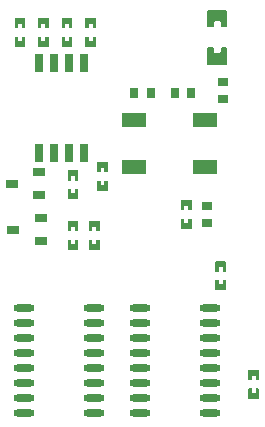
<source format=gtp>
G04 Layer: TopPasteMaskLayer*
G04 EasyEDA v6.5.29, 2023-07-08 22:53:17*
G04 f4c6c8685b5442dcac5e84d632293f1e,52c161dc85b4440087471843f8ea1cfe,10*
G04 Gerber Generator version 0.2*
G04 Scale: 100 percent, Rotated: No, Reflected: No *
G04 Dimensions in millimeters *
G04 leading zeros omitted , absolute positions ,4 integer and 5 decimal *
%FSLAX45Y45*%
%MOMM*%

%ADD10O,1.7999964X0.5999988*%
%ADD11R,0.7620X1.5240*%
%ADD12R,2.1000X1.2000*%
%ADD13R,0.8999X0.8000*%
%ADD14R,0.9000X0.8000*%
%ADD15R,0.8000X0.9000*%
%ADD16R,1.0000X0.8000*%
%ADD17R,0.0159X0.8000*%

%LPD*%
G36*
X8579967Y13414451D02*
G01*
X8574989Y13409472D01*
X8574989Y13329462D01*
X8579967Y13324484D01*
X8602776Y13324484D01*
X8602776Y13361466D01*
X8635796Y13361466D01*
X8635796Y13324484D01*
X8659977Y13324484D01*
X8665006Y13329462D01*
X8665006Y13409472D01*
X8659977Y13414451D01*
G37*
G36*
X8579967Y13254482D02*
G01*
X8574989Y13249452D01*
X8574989Y13170458D01*
X8579967Y13165480D01*
X8659977Y13165480D01*
X8665006Y13170458D01*
X8665006Y13249452D01*
X8659977Y13254482D01*
X8635796Y13254482D01*
X8635796Y13216483D01*
X8602776Y13216483D01*
X8602776Y13254482D01*
G37*
G36*
X8779967Y13414451D02*
G01*
X8774988Y13409472D01*
X8774988Y13329462D01*
X8779967Y13324484D01*
X8802776Y13324484D01*
X8802776Y13361466D01*
X8835796Y13361466D01*
X8835796Y13324484D01*
X8859977Y13324484D01*
X8865006Y13329462D01*
X8865006Y13409472D01*
X8859977Y13414451D01*
G37*
G36*
X8779967Y13254482D02*
G01*
X8774988Y13249452D01*
X8774988Y13170458D01*
X8779967Y13165480D01*
X8859977Y13165480D01*
X8865006Y13170458D01*
X8865006Y13249452D01*
X8859977Y13254482D01*
X8835796Y13254482D01*
X8835796Y13216483D01*
X8802776Y13216483D01*
X8802776Y13254482D01*
G37*
G36*
X8979966Y13414451D02*
G01*
X8974988Y13409472D01*
X8974988Y13329462D01*
X8979966Y13324484D01*
X9002776Y13324484D01*
X9002776Y13361466D01*
X9035796Y13361466D01*
X9035796Y13324484D01*
X9059976Y13324484D01*
X9065006Y13329462D01*
X9065006Y13409472D01*
X9059976Y13414451D01*
G37*
G36*
X8979966Y13254482D02*
G01*
X8974988Y13249452D01*
X8974988Y13170458D01*
X8979966Y13165480D01*
X9059976Y13165480D01*
X9065006Y13170458D01*
X9065006Y13249452D01*
X9059976Y13254482D01*
X9035796Y13254482D01*
X9035796Y13216483D01*
X9002776Y13216483D01*
X9002776Y13254482D01*
G37*
G36*
X9179966Y13414451D02*
G01*
X9174988Y13409472D01*
X9174988Y13329462D01*
X9179966Y13324484D01*
X9202775Y13324484D01*
X9202775Y13361466D01*
X9235795Y13361466D01*
X9235795Y13324484D01*
X9259976Y13324484D01*
X9265005Y13329462D01*
X9265005Y13409472D01*
X9259976Y13414451D01*
G37*
G36*
X9179966Y13254482D02*
G01*
X9174988Y13249452D01*
X9174988Y13170458D01*
X9179966Y13165480D01*
X9259976Y13165480D01*
X9265005Y13170458D01*
X9265005Y13249452D01*
X9259976Y13254482D01*
X9235795Y13254482D01*
X9235795Y13216483D01*
X9202775Y13216483D01*
X9202775Y13254482D01*
G37*
G36*
X10559999Y10275468D02*
G01*
X10554970Y10270490D01*
X10554970Y10190480D01*
X10559999Y10185501D01*
X10639958Y10185501D01*
X10644987Y10190480D01*
X10644987Y10270490D01*
X10639958Y10275468D01*
X10617200Y10275468D01*
X10617200Y10238486D01*
X10584180Y10238486D01*
X10584180Y10275468D01*
G37*
G36*
X10559999Y10434472D02*
G01*
X10554970Y10429494D01*
X10554970Y10350500D01*
X10559999Y10345470D01*
X10584180Y10345470D01*
X10584180Y10383469D01*
X10617200Y10383469D01*
X10617200Y10345470D01*
X10639958Y10345470D01*
X10644987Y10350500D01*
X10644987Y10429494D01*
X10639958Y10434472D01*
G37*
G36*
X10279989Y11195456D02*
G01*
X10274960Y11190478D01*
X10274960Y11110468D01*
X10279989Y11105489D01*
X10359999Y11105489D01*
X10364978Y11110468D01*
X10364978Y11190478D01*
X10359999Y11195456D01*
X10337190Y11195456D01*
X10337190Y11158474D01*
X10304170Y11158474D01*
X10304170Y11195456D01*
G37*
G36*
X10279989Y11354460D02*
G01*
X10274960Y11349482D01*
X10274960Y11270488D01*
X10279989Y11265458D01*
X10304170Y11265458D01*
X10304170Y11303457D01*
X10337190Y11303457D01*
X10337190Y11265458D01*
X10359999Y11265458D01*
X10364978Y11270488D01*
X10364978Y11349482D01*
X10359999Y11354460D01*
G37*
G36*
X9989972Y11874500D02*
G01*
X9984994Y11869470D01*
X9984994Y11789460D01*
X9989972Y11784482D01*
X10012781Y11784482D01*
X10012781Y11821464D01*
X10045801Y11821464D01*
X10045801Y11784482D01*
X10069982Y11784482D01*
X10074960Y11789460D01*
X10074960Y11869470D01*
X10069982Y11874500D01*
G37*
G36*
X9989972Y11714480D02*
G01*
X9984994Y11709501D01*
X9984994Y11630456D01*
X9989972Y11625478D01*
X10069982Y11625478D01*
X10074960Y11630456D01*
X10074960Y11709501D01*
X10069982Y11714480D01*
X10045801Y11714480D01*
X10045801Y11676481D01*
X10012781Y11676481D01*
X10012781Y11714480D01*
G37*
G36*
X10213594Y13164972D02*
G01*
X10203586Y13154964D01*
X10203586Y13026491D01*
X10213594Y13016484D01*
X10366400Y13016484D01*
X10376357Y13026491D01*
X10376357Y13154964D01*
X10366400Y13164972D01*
X10329367Y13164972D01*
X10319359Y13154964D01*
X10319359Y13124484D01*
X10309352Y13114477D01*
X10270591Y13114477D01*
X10260584Y13124484D01*
X10260584Y13154964D01*
X10250627Y13164972D01*
G37*
G36*
X10213594Y13483488D02*
G01*
X10203586Y13473480D01*
X10203586Y13344956D01*
X10213594Y13334949D01*
X10250627Y13334949D01*
X10260584Y13344956D01*
X10260584Y13375487D01*
X10270591Y13385444D01*
X10309352Y13385444D01*
X10319359Y13375487D01*
X10319359Y13344956D01*
X10329367Y13334949D01*
X10366400Y13334949D01*
X10376357Y13344956D01*
X10376357Y13473480D01*
X10366400Y13483488D01*
G37*
G36*
X9279991Y12194489D02*
G01*
X9274962Y12189460D01*
X9274962Y12109500D01*
X9279991Y12104471D01*
X9302800Y12104471D01*
X9302800Y12141454D01*
X9335770Y12141454D01*
X9335770Y12104471D01*
X9360001Y12104471D01*
X9364980Y12109500D01*
X9364980Y12189460D01*
X9360001Y12194489D01*
G37*
G36*
X9279991Y12034469D02*
G01*
X9274962Y12029490D01*
X9274962Y11950496D01*
X9279991Y11945467D01*
X9360001Y11945467D01*
X9364980Y11950496D01*
X9364980Y12029490D01*
X9360001Y12034469D01*
X9335770Y12034469D01*
X9335770Y11996470D01*
X9302800Y11996470D01*
X9302800Y12034469D01*
G37*
G36*
X9209989Y11535460D02*
G01*
X9204960Y11530482D01*
X9204960Y11450472D01*
X9209989Y11445494D01*
X9289999Y11445494D01*
X9294977Y11450472D01*
X9294977Y11530482D01*
X9289999Y11535460D01*
X9267190Y11535460D01*
X9267190Y11498478D01*
X9234170Y11498478D01*
X9234170Y11535460D01*
G37*
G36*
X9209989Y11694464D02*
G01*
X9204960Y11689486D01*
X9204960Y11610492D01*
X9209989Y11605463D01*
X9234170Y11605463D01*
X9234170Y11643461D01*
X9267190Y11643461D01*
X9267190Y11605463D01*
X9289999Y11605463D01*
X9294977Y11610492D01*
X9294977Y11689486D01*
X9289999Y11694464D01*
G37*
G36*
X9030004Y11694464D02*
G01*
X9024975Y11689486D01*
X9024975Y11609476D01*
X9030004Y11604498D01*
X9052763Y11604498D01*
X9052763Y11641480D01*
X9085783Y11641480D01*
X9085783Y11604498D01*
X9109964Y11604498D01*
X9114993Y11609476D01*
X9114993Y11689486D01*
X9109964Y11694464D01*
G37*
G36*
X9030004Y11534495D02*
G01*
X9024975Y11529466D01*
X9024975Y11450472D01*
X9030004Y11445494D01*
X9109964Y11445494D01*
X9114993Y11450472D01*
X9114993Y11529466D01*
X9109964Y11534495D01*
X9085783Y11534495D01*
X9085783Y11496497D01*
X9052763Y11496497D01*
X9052763Y11534495D01*
G37*
G36*
X9030004Y12124486D02*
G01*
X9024975Y12119457D01*
X9024975Y12039498D01*
X9030004Y12034469D01*
X9052763Y12034469D01*
X9052763Y12071502D01*
X9085783Y12071502D01*
X9085783Y12034469D01*
X9109964Y12034469D01*
X9114993Y12039498D01*
X9114993Y12119457D01*
X9109964Y12124486D01*
G37*
G36*
X9030004Y11964466D02*
G01*
X9024975Y11959488D01*
X9024975Y11880494D01*
X9030004Y11875465D01*
X9109964Y11875465D01*
X9114993Y11880494D01*
X9114993Y11959488D01*
X9109964Y11964466D01*
X9085783Y11964466D01*
X9085783Y11926468D01*
X9052763Y11926468D01*
X9052763Y11964466D01*
G37*
D10*
G01*
X9247174Y10065486D03*
G01*
X9247174Y10192486D03*
G01*
X9247174Y10319486D03*
G01*
X9247174Y10446486D03*
G01*
X9247174Y10573486D03*
G01*
X9247174Y10700486D03*
G01*
X9247174Y10827486D03*
G01*
X9247174Y10954486D03*
G01*
X8652814Y10065486D03*
G01*
X8652814Y10192486D03*
G01*
X8652814Y10319486D03*
G01*
X8652814Y10446486D03*
G01*
X8652814Y10573486D03*
G01*
X8652814Y10700486D03*
G01*
X8652814Y10827486D03*
G01*
X8652814Y10954486D03*
G01*
X10227183Y10065486D03*
G01*
X10227183Y10192486D03*
G01*
X10227183Y10319486D03*
G01*
X10227183Y10446486D03*
G01*
X10227183Y10573486D03*
G01*
X10227183Y10700486D03*
G01*
X10227183Y10827486D03*
G01*
X10227183Y10954486D03*
G01*
X9632822Y10065486D03*
G01*
X9632822Y10192486D03*
G01*
X9632822Y10319486D03*
G01*
X9632822Y10446486D03*
G01*
X9632822Y10573486D03*
G01*
X9632822Y10700486D03*
G01*
X9632822Y10827486D03*
G01*
X9632822Y10954486D03*
D11*
G01*
X9033484Y13030962D03*
G01*
X9033484Y12268962D03*
G01*
X8906484Y12268962D03*
G01*
X8906484Y13030962D03*
G01*
X8779484Y13030962D03*
G01*
X8779484Y12268962D03*
G01*
X9160484Y12268962D03*
G01*
X9160484Y13030962D03*
D12*
G01*
X10189972Y12149962D03*
G01*
X9589973Y12149962D03*
G01*
X10189972Y12549962D03*
G01*
X9589973Y12549962D03*
D13*
G01*
X10199979Y11677980D03*
G01*
X10199979Y11821972D03*
D14*
G01*
X10339984Y12869976D03*
G01*
X10339984Y12729971D03*
D15*
G01*
X9729977Y12779984D03*
G01*
X9589973Y12779984D03*
G01*
X10069982Y12779984D03*
G01*
X9929977Y12779984D03*
D16*
G01*
X8784996Y12104979D03*
G01*
X8554974Y12009983D03*
G01*
X8784970Y11914962D03*
G01*
X8794978Y11714987D03*
G01*
X8564981Y11619992D03*
G01*
X8794978Y11524970D03*
M02*

</source>
